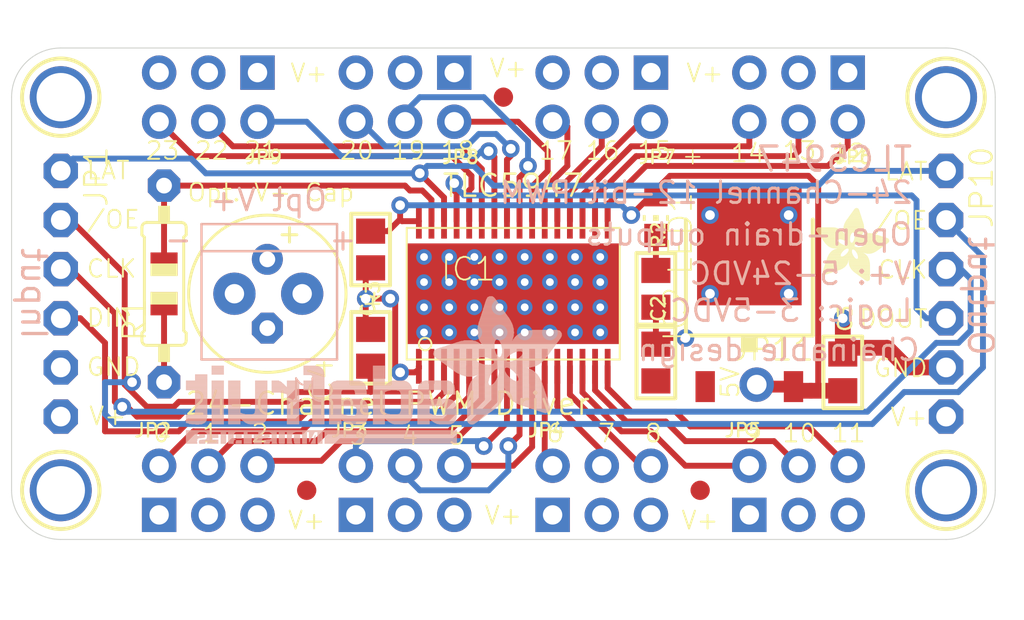
<source format=kicad_pcb>
(kicad_pcb (version 20211014) (generator pcbnew)
  (layers (0 "F.Cu" signal) (31 "B.Cu" signal) (34 "B.Paste" user) (35 "F.Paste" user) (36 "B.SilkS" user "B.Silkscreen") (37 "F.SilkS" user "F.Silkscreen") (38 "B.Mask" user) (39 "F.Mask" user) (44 "Edge.Cuts" user))
  (net 0 "")
  (net 1 "BLANK")
  (net 2 "SCLK")
  (net 3 "XLAT")
  (net 4 "N$7")
  (net 5 "N$8")
  (net 6 "N$9")
  (net 7 "N$10")
  (net 8 "N$11")
  (net 9 "N$12")
  (net 10 "N$13")
  (net 11 "N$14")
  (net 12 "N$15")
  (net 13 "N$16")
  (net 14 "N$17")
  (net 15 "N$18")
  (net 16 "N$19")
  (net 17 "N$20")
  (net 18 "N$21")
  (net 19 "N$22")
  (net 20 "N$23")
  (net 21 "N$24")
  (net 22 "N$25")
  (net 23 "N$26")
  (net 24 "N$27")
  (net 25 "N$28")
  (net 26 "N$29")
  (net 27 "N$30")
  (net 28 "N$31")
  (net 29 "GND")
  (net 30 "+24V")
  (net 31 "SOUT")
  (net 32 "VCC")
  (net 33 "N$1")
  (net 34 "SIN")
  (footprint "boardEagle:FIDUCIAL_1MM" (layer "F.Cu") (at 148.5011 94.8436)
    (fp_text reference "FID2" hide)
    (fp_text value "FIDUCIAL\"\"" hide)
  )
  (footprint "boardEagle:2X03_ROUND_70MIL" (layer "F.Cu") (at 143.4211 94.8436 180)
    (fp_text reference "JP8")
    (fp_text value "")
  )
  (footprint "boardEagle:2X03_ROUND_70MIL" (layer "F.Cu") (at 153.5811 115.1636)
    (fp_text reference "JP4")
    (fp_text value "")
  )
  (footprint "boardEagle:FIDUCIAL_1MM" (layer "F.Cu") (at 138.3411 115.1636)
    (fp_text reference "FID1" hide)
    (fp_text value "FIDUCIAL\"\"" hide)
  )
  (footprint "boardEagle:FIDUCIAL_1MM" (layer "F.Cu") (at 158.6611 115.1636)
    (fp_text reference "FID3" hide)
    (fp_text value "FIDUCIAL\"\"" hide)
  )
  (footprint "boardEagle:HTSSOP32DAP" (layer "F.Cu") (at 149.0091 105.0036)
    (fp_text reference "IC1")
    (fp_text value "TLC5947-DAP")
  )
  (footprint "boardEagle:E3,5-8" (layer "F.Cu") (at 136.3091 105.0036 -90)
    (fp_text reference "C4")
    (fp_text value "~1000uF")
  )
  (footprint "boardEagle:2X03_ROUND_70MIL" (layer "F.Cu") (at 143.4211 115.1636)
    (fp_text reference "JP3")
    (fp_text value "")
  )
  (footprint "boardEagle:MOUNTINGHOLE_2.5_PLATED" (layer "F.Cu") (at 125.6411 115.1636)
    (fp_text reference "U$3" hide)
    (fp_text value "MOUNTINGHOLE2.5" hide)
  )
  (footprint "boardEagle:2X03_ROUND_70MIL" (layer "F.Cu") (at 163.7411 94.8436 180)
    (fp_text reference "JP6")
    (fp_text value "")
  )
  (footprint "boardEagle:2X03_ROUND_70MIL" (layer "F.Cu") (at 153.5811 94.8436 180)
    (fp_text reference "JP7")
    (fp_text value "")
  )
  (footprint "boardEagle:0805" (layer "F.Cu") (at 156.3751 108.5596 90)
    (fp_text reference "C2")
    (fp_text value "1uF/50V")
  )
  (footprint "boardEagle:0805" (layer "F.Cu") (at 141.6431 107.7976 90)
    (fp_text reference "R3")
    (fp_text value "10K")
  )
  (footprint "boardEagle:2X03_ROUND_70MIL" (layer "F.Cu") (at 163.7411 115.1636)
    (fp_text reference "JP5")
    (fp_text value "")
  )
  (footprint "boardEagle:ADAFRUIT_3.5MM" (layer "F.Cu") (at 164.6301 104.3686)
    (fp_text reference "U$6" hide)
    (fp_text value "" hide)
  )
  (footprint "boardEagle:0805-THM" (layer "F.Cu") (at 130.9751 104.4956 90)
    (fp_text reference "R1")
    (fp_text value "3.3K")
  )
  (footprint "boardEagle:0805" (layer "F.Cu") (at 141.6431 102.7176 -90)
    (fp_text reference "C1")
    (fp_text value "10uF/16V")
  )
  (footprint "boardEagle:0805" (layer "F.Cu") (at 156.3751 104.7496 90)
    (fp_text reference "R2")
    (fp_text value "470 ohm")
  )
  (footprint "boardEagle:MOUNTINGHOLE_2.5_PLATED" (layer "F.Cu") (at 171.3611 94.8436)
    (fp_text reference "U$2" hide)
    (fp_text value "MOUNTINGHOLE2.5" hide)
  )
  (footprint "boardEagle:1X01-CLEANBIG" (layer "F.Cu") (at 161.5821 109.7026)
    (fp_text reference "JP11")
    (fp_text value "")
  )
  (footprint "boardEagle:0805" (layer "F.Cu") (at 166.0271 109.0676 90)
    (fp_text reference "C3")
    (fp_text value "10uF/16V")
  )
  (footprint "boardEagle:1X06-CLEANBIG" (layer "F.Cu") (at 125.6411 105.0036 -90)
    (fp_text reference "JP1")
    (fp_text value "INPUT")
  )
  (footprint "boardEagle:CHIP-LED0805" (layer "F.Cu") (at 156.3751 100.9396 180)
    (fp_text reference "LED1")
    (fp_text value "Green")
  )
  (footprint "boardEagle:TO252" (layer "F.Cu") (at 161.2011 105.0036)
    (fp_text reference "IC2")
    (fp_text value "LM2931ADT-5.0")
  )
  (footprint "boardEagle:2X03_ROUND_70MIL" (layer "F.Cu") (at 133.2611 94.8436 180)
    (fp_text reference "JP9")
    (fp_text value "")
  )
  (footprint "boardEagle:MOUNTINGHOLE_2.5_PLATED" (layer "F.Cu") (at 171.3611 115.1636)
    (fp_text reference "U$4" hide)
    (fp_text value "MOUNTINGHOLE2.5" hide)
  )
  (footprint "boardEagle:1X06-CLEANBIG" (layer "F.Cu") (at 171.3611 105.0036 -90)
    (fp_text reference "JP10")
    (fp_text value "OUTPUT")
  )
  (footprint "boardEagle:MOUNTINGHOLE_2.5_PLATED" (layer "F.Cu") (at 125.6411 94.8436)
    (fp_text reference "U$1" hide)
    (fp_text value "MOUNTINGHOLE2.5" hide)
  )
  (footprint "boardEagle:2X03_ROUND_70MIL" (layer "F.Cu") (at 133.2611 115.1636)
    (fp_text reference "JP2")
    (fp_text value "")
  )
  (footprint "boardEagle:1X2-3.5MM" (layer "B.Cu") (at 136.3091 105.0036)
    (fp_text reference "J1")
    (fp_text value "1X2-3.5MM" hide)
  )
  (footprint "boardEagle:ADAFRUIT_TEXT_20MM" (layer "B.Cu") (at 151.6761 112.7506 180)
    (fp_text reference "U$5" hide)
    (fp_text value "" hide)
  )
  (gr_arc (start 125.6411 117.7036) (mid 123.845049 116.959651) (end 123.1011 115.1636) (layer "Edge.Cuts") (width 0.05))
  (gr_arc (start 173.9011 115.1636) (mid 173.157151 116.959651) (end 171.3611 117.7036) (layer "Edge.Cuts") (width 0.05))
  (gr_arc (start 123.1011 94.8436) (mid 123.845049 93.047549) (end 125.6411 92.3036) (layer "Edge.Cuts") (width 0.05))
  (gr_line (start 171.3611 92.3036) (end 125.6411 92.3036) (layer "Edge.Cuts") (width 0.05))
  (gr_line (start 123.1011 94.8436) (end 123.1011 115.1636) (layer "Edge.Cuts") (width 0.05))
  (gr_arc (start 171.3611 92.3036) (mid 173.157151 93.047549) (end 173.9011 94.8436) (layer "Edge.Cuts") (width 0.05))
  (gr_line (start 125.6411 117.7036) (end 171.3611 117.7036) (layer "Edge.Cuts") (width 0.05))
  (gr_line (start 173.9011 115.1636) (end 173.9011 94.8436) (layer "Edge.Cuts") (width 0.05))
  (gr_text "-" (at 132.4991 102.8446) (layer "B.SilkS") (effects (font (size 1.1176 1.1176) (thickness 0.1524)) (justify left bottom mirror)))
  (gr_text "Chainable design" (at 170.0911 108.5596) (layer "B.SilkS") (effects (font (size 1.1176 1.1176) (thickness 0.1524)) (justify left bottom mirror)))
  (gr_text "24-Channel 12-bit PWM" (at 169.7101 100.4316) (layer "B.SilkS") (effects (font (size 1.1176 1.1176) (thickness 0.1524)) (justify left bottom mirror)))
  (gr_text "Opt V+" (at 139.4841 100.8126) (layer "B.SilkS") (effects (font (size 1.1176 1.1176) (thickness 0.1524)) (justify left bottom mirror)))
  (gr_text "V+: 5-24VDC" (at 169.7101 104.6226) (layer "B.SilkS") (effects (font (size 1.1176 1.1176) (thickness 0.1524)) (justify left bottom mirror)))
  (gr_text "Open-drain outputs" (at 169.7101 102.5906) (layer "B.SilkS") (effects (font (size 1.1176 1.1176) (thickness 0.1524)) (justify left bottom mirror)))
  (gr_text "Output" (at 173.1391 105.1306 -90) (layer "B.SilkS") (effects (font (size 1.251712 1.251712) (thickness 0.170688)) (justify mirror)))
  (gr_text "Input" (at 124.2441 105.0036 -90) (layer "B.SilkS") (effects (font (size 1.251712 1.251712) (thickness 0.170688)) (justify mirror)))
  (gr_text "Logic: 3-5VDC" (at 169.7101 106.5276) (layer "B.SilkS") (effects (font (size 1.1176 1.1176) (thickness 0.1524)) (justify left bottom mirror)))
  (gr_text "TLC5947" (at 169.7101 98.7806) (layer "B.SilkS") (effects (font (size 1.251712 1.251712) (thickness 0.170688)) (justify left bottom mirror)))
  (gr_text "+" (at 141.0081 102.8446) (layer "B.SilkS") (effects (font (size 1.1176 1.1176) (thickness 0.1524)) (justify left bottom mirror)))
  (gr_text "GND" (at 170.4721 108.3056) (layer "F.SilkS") (effects (font (size 0.9144 0.9144) (thickness 0.1016)) (justify right top)))
  (gr_text "6" (at 150.6601 112.7506) (layer "F.SilkS") (effects (font (size 0.9144 0.9144) (thickness 0.1016)) (justify left bottom)))
  (gr_text "V+" (at 159.9311 93.0656) (layer "F.SilkS") (effects (font (size 0.9144 0.9144) (thickness 0.1016)) (justify right top)))
  (gr_text "10" (at 162.8521 112.7506) (layer "F.SilkS") (effects (font (size 0.9144 0.9144) (thickness 0.1016)) (justify left bottom)))
  (gr_text "11" (at 165.3921 112.7506) (layer "F.SilkS") (effects (font (size 0.9144 0.9144) (thickness 0.1016)) (justify left bottom)))
  (gr_text "LAT" (at 170.4721 98.1456) (layer "F.SilkS") (effects (font (size 0.9144 0.9144) (thickness 0.1016)) (justify right top)))
  (gr_text "8" (at 155.7401 112.7506) (layer "F.SilkS") (effects (font (size 0.9144 0.9144) (thickness 0.1016)) (justify left bottom)))
  (gr_text "DOUT" (at 170.4721 105.7656) (layer "F.SilkS") (effects (font (size 0.9144 0.9144) (thickness 0.1016)) (justify right top)))
  (gr_text "V+" (at 139.4841 93.0656) (layer "F.SilkS") (effects (font (size 0.9144 0.9144) (thickness 0.1016)) (justify right top)))
  (gr_text "V+" (at 170.4721 110.8456) (layer "F.SilkS") (effects (font (size 0.9144 0.9144) (thickness 0.1016)) (justify right top)))
  (gr_text "15" (at 155.3591 98.1456) (layer "F.SilkS") (effects (font (size 0.9144 0.9144) (thickness 0.1016)) (justify left bottom)))
  (gr_text "19" (at 142.6591 98.1456) (layer "F.SilkS") (effects (font (size 0.9144 0.9144) (thickness 0.1016)) (justify left bottom)))
  (gr_text "3" (at 140.5001 112.8776) (layer "F.SilkS") (effects (font (size 0.9144 0.9144) (thickness 0.1016)) (justify left bottom)))
  (gr_text "22" (at 132.4991 98.1456) (layer "F.SilkS") (effects (font (size 0.9144 0.9144) (thickness 0.1016)) (justify left bottom)))
  (gr_text "/OE" (at 126.9111 101.7016) (layer "F.SilkS") (effects (font (size 0.9144 0.9144) (thickness 0.1016)) (justify left bottom)))
  (gr_text "0" (at 130.3401 112.7506) (layer "F.SilkS") (effects (font (size 0.9144 0.9144) (thickness 0.1016)) (justify left bottom)))
  (gr_text "12" (at 165.3921 98.2726) (layer "F.SilkS") (effects (font (size 0.9144 0.9144) (thickness 0.1016)) (justify left bottom)))
  (gr_text "16" (at 152.6921 98.1456) (layer "F.SilkS") (effects (font (size 0.9144 0.9144) (thickness 0.1016)) (justify left bottom)))
  (gr_text "5V" (at 159.6771 108.6866 90) (layer "F.SilkS") (effects (font (size 0.9144 0.9144) (thickness 0.1016)) (justify right top)))
  (gr_text "Opt. V+ Cap" (at 132.1181 100.3046) (layer "F.SilkS") (effects (font (size 0.9144 0.9144) (thickness 0.1016)) (justify left bottom)))
  (gr_text "17" (at 150.2791 98.1456) (layer "F.SilkS") (effects (font (size 0.9144 0.9144) (thickness 0.1016)) (justify left bottom)))
  (gr_text "4" (at 143.1671 112.8776) (layer "F.SilkS") (effects (font (size 0.9144 0.9144) (thickness 0.1016)) (justify left bottom)))
  (gr_text "14" (at 160.1851 98.2726) (layer "F.SilkS") (effects (font (size 0.9144 0.9144) (thickness 0.1016)) (justify left bottom)))
  (gr_text "5" (at 145.5801 112.8776) (layer "F.SilkS") (effects (font (size 0.9144 0.9144) (thickness 0.1016)) (justify left bottom)))
  (gr_text "CLK" (at 170.4721 103.2256) (layer "F.SilkS") (effects (font (size 0.9144 0.9144) (thickness 0.1016)) (justify right top)))
  (gr_text "V+" (at 149.7711 92.8116) (layer "F.SilkS") (effects (font (size 0.9144 0.9144) (thickness 0.1016)) (justify right top)))
  (gr_text "DIN" (at 126.9111 106.7816) (layer "F.SilkS") (effects (font (size 0.9144 0.9144) (thickness 0.1016)) (justify left bottom)))
  (gr_text "21" (at 135.0391 98.1456) (layer "F.SilkS") (effects (font (size 0.9144 0.9144) (thickness 0.1016)) (justify left bottom)))
  (gr_text "7" (at 153.3271 112.7506) (layer "F.SilkS") (effects (font (size 0.9144 0.9144) (thickness 0.1016)) (justify left bottom)))
  (gr_text "V+" (at 127.0381 111.8616) (layer "F.SilkS") (effects (font (size 0.9144 0.9144) (thickness 0.1016)) (justify left bottom)))
  (gr_text "13" (at 162.8521 98.1456) (layer "F.SilkS") (effects (font (size 0.9144 0.9144) (thickness 0.1016)) (justify left bottom)))
  (gr_text "20" (at 139.9921 98.1456) (layer "F.SilkS") (effects (font (size 0.9144 0.9144) (thickness 0.1016)) (justify left bottom)))
  (gr_text "CLK" (at 126.9111 104.2416) (layer "F.SilkS") (effects (font (size 0.9144 0.9144) (thickness 0.1016)) (justify left bottom)))
  (gr_text "LAT" (at 126.9111 99.1616) (layer "F.SilkS") (effects (font (size 0.9144 0.9144) (thickness 0.1016)) (justify left bottom)))
  (gr_text "2" (at 135.4201 112.7506) (layer "F.SilkS") (effects (font (size 0.9144 0.9144) (thickness 0.1016)) (justify left bottom)))
  (gr_text "23" (at 129.9591 98.1456) (layer "F.SilkS") (effects (font (size 0.9144 0.9144) (thickness 0.1016)) (justify left bottom)))
  (gr_text "1" (at 132.8801 112.7506) (layer "F.SilkS") (effects (font (size 0.9144 0.9144) (thickness 0.1016)) (justify left bottom)))
  (gr_text "V+" (at 149.5171 115.9256) (layer "F.SilkS") (effects (font (size 0.9144 0.9144) (thickness 0.1016)) (justify right top)))
  (gr_text "9" (at 160.8201 112.7506) (layer "F.SilkS") (effects (font (size 0.9144 0.9144) (thickness 0.1016)) (justify left bottom)))
  (gr_text "TLC5947" (at 149.0091 99.4156) (layer "F.SilkS") (effects (font (size 1.143 1.143) (thickness 0.127))))
  (gr_text "GND" (at 126.9111 109.3216) (layer "F.SilkS") (effects (font (size 0.9144 0.9144) (thickness 0.1016)) (justify left bottom)))
  (gr_text "V+" (at 139.3571 116.1796) (layer "F.SilkS") (effects (font (size 0.9144 0.9144) (thickness 0.1016)) (justify right top)))
  (gr_text "V+" (at 159.6771 116.1796) (layer "F.SilkS") (effects (font (size 0.9144 0.9144) (thickness 0.1016)) (justify right top)))
  (gr_text "24-Channel PWM Driver" (at 131.9911 111.3536) (layer "F.SilkS") (effects (font (size 1.143 1.143) (thickness 0.127)) (justify left bottom)))
  (gr_text "18" (at 145.1991 98.1456) (layer "F.SilkS") (effects (font (size 0.9144 0.9144) (thickness 0.1016)) (justify left bottom)))
  (gr_text "/OE" (at 170.4721 100.6856) (layer "F.SilkS") (effects (font (size 0.9144 0.9144) (thickness 0.1016)) (justify right top)))
  (segment (start 130.0861 110.8456) (end 128.9431 109.7026) (width 0.3048) (layer "F.Cu") (net 1))
  (segment (start 141.6431 108.7476) (end 141.6431 110.0836) (width 0.3048) (layer "F.Cu") (net 1))
  (segment (start 126.1491 101.1936) (end 125.6411 101.1936) (width 0.3048) (layer "F.Cu") (net 1))
  (segment (start 131.4831 110.8456) (end 130.0861 110.8456) (width 0.3048) (layer "F.Cu") (net 1))
  (segment (start 139.3571 110.0836) (end 137.8331 110.0836) (width 0.3048) (layer "F.Cu") (net 1))
  (segment (start 128.9431 103.9876) (end 126.1491 101.1936) (width 0.3048) (layer "F.Cu") (net 1))
  (segment (start 131.7371 110.5916) (end 131.4831 110.8456) (width 0.3048) (layer "F.Cu") (net 1))
  (segment (start 144.7841 108.7536) (end 144.7841 109.9906) (width 0.254) (layer "F.Cu") (net 1))
  (segment (start 144.7841 109.9906) (end 144.6911 110.0836) (width 0.254) (layer "F.Cu") (net 1))
  (segment (start 128.9431 109.7026) (end 128.9431 109.5756) (width 0.3048) (layer "F.Cu") (net 1))
  (segment (start 144.6911 110.0836) (end 141.6431 110.0836) (width 0.254) (layer "F.Cu") (net 1))
  (segment (start 141.6431 110.0836) (end 139.3571 110.0836) (width 0.254) (layer "F.Cu") (net 1))
  (segment (start 129.3241 109.5756) (end 128.9431 109.5756) (width 0.3048) (layer "F.Cu") (net 1))
  (segment (start 128.9431 109.5756) (end 128.9431 103.9876) (width 0.3048) (layer "F.Cu") (net 1))
  (segment (start 137.3251 110.5916) (end 131.7371 110.5916) (width 0.3048) (layer "F.Cu") (net 1))
  (segment (start 137.8331 110.0836) (end 137.3251 110.5916) (width 0.3048) (layer "F.Cu") (net 1))
  (via (at 129.3241 109.5756) (size 0.9064) (drill 0.5) (layers "F.Cu" "B.Cu") (net 1))
  (segment (start 127.9271 109.5756) (end 129.3241 109.5756) (width 0.3048) (layer "B.Cu") (net 1))
  (segment (start 167.5511 111.7346) (end 128.4351 111.7346) (width 0.3048) (layer "B.Cu") (net 1))
  (segment (start 171.9961 110.0836) (end 169.2021 110.0836) (width 0.3048) (layer "B.Cu") (net 1))
  (segment (start 169.2021 110.0836) (end 167.5511 111.7346) (width 0.3048) (layer "B.Cu") (net 1))
  (segment (start 171.3611 101.1936) (end 173.2661 103.0986) (width 0.3048) (layer "B.Cu") (net 1))
  (segment (start 173.2661 103.0986) (end 173.2661 108.8136) (width 0.3048) (layer "B.Cu") (net 1))
  (segment (start 173.2661 108.8136) (end 171.9961 110.0836) (width 0.3048) (layer "B.Cu") (net 1))
  (segment (start 128.4351 111.7346) (end 127.9271 111.2266) (width 0.3048) (layer "B.Cu") (net 1))
  (segment (start 127.9271 111.2266) (end 127.9271 109.5756) (width 0.3048) (layer "B.Cu") (net 1))
  (segment (start 144.9451 110.5916) (end 138.0871 110.5916) (width 0.3048) (layer "F.Cu") (net 2))
  (segment (start 129.0701 110.8456) (end 128.8161 110.8456) (width 0.3048) (layer "F.Cu") (net 2))
  (segment (start 129.5781 111.3536) (end 129.0701 110.8456) (width 0.3048) (layer "F.Cu") (net 2))
  (segment (start 131.7371 111.3536) (end 129.5781 111.3536) (width 0.3048) (layer "F.Cu") (net 2))
  (segment (start 138.0871 110.5916) (end 137.5791 111.0996) (width 0.3048) (layer "F.Cu") (net 2))
  (segment (start 128.4351 110.5916) (end 128.6891 110.8456) (width 0.3048) (layer "F.Cu") (net 2))
  (segment (start 131.9911 111.0996) (end 131.7371 111.3536) (width 0.3048) (layer "F.Cu") (net 2))
  (segment (start 128.6891 110.8456) (end 128.8161 110.8456) (width 0.3048) (layer "F.Cu") (net 2))
  (segment (start 126.1491 103.7336) (end 125.6411 103.7336) (width 0.3048) (layer "F.Cu") (net 2))
  (segment (start 145.4341 108.7536) (end 145.4341 110.1026) (width 0.3048) (layer "F.Cu") (net 2))
  (segment (start 145.4341 110.1026) (end 144.9451 110.5916) (width 0.3048) (layer "F.Cu") (net 2))
  (segment (start 128.4351 106.0196) (end 126.1491 103.7336) (width 0.3048) (layer "F.Cu") (net 2))
  (segment (start 137.5791 111.0996) (end 131.9911 111.0996) (width 0.3048) (layer "F.Cu") (net 2))
  (segment (start 128.4351 110.5916) (end 128.4351 106.0196) (width 0.3048) (layer "F.Cu") (net 2))
  (via (at 128.8161 110.8456) (size 0.9064) (drill 0.5) (layers "F.Cu" "B.Cu") (net 2))
  (segment (start 167.2971 111.0996) (end 129.0701 111.0996) (width 0.3048) (layer "B.Cu") (net 2))
  (segment (start 129.0701 111.0996) (end 128.8161 110.8456) (width 0.3048) (layer "B.Cu") (net 2))
  (segment (start 170.8531 107.5436) (end 171.9961 107.5436) (width 0.3048) (layer "B.Cu") (net 2))
  (segment (start 172.1231 103.7336) (end 171.3611 103.7336) (width 0.3048) (layer "B.Cu") (net 2))
  (segment (start 170.8531 107.5436) (end 167.2971 111.0996) (width 0.3048) (layer "B.Cu") (net 2))
  (segment (start 172.6311 104.2416) (end 172.1231 103.7336) (width 0.3048) (layer "B.Cu") (net 2))
  (segment (start 172.6311 106.9086) (end 172.6311 104.2416) (width 0.3048) (layer "B.Cu") (net 2))
  (segment (start 171.9961 107.5436) (end 172.6311 106.9086) (width 0.3048) (layer "B.Cu") (net 2))
  (segment (start 144.1831 98.7806) (end 145.4341 100.0316) (width 0.3048) (layer "F.Cu") (net 3))
  (segment (start 145.4341 100.0316) (end 145.4341 101.2536) (width 0.3048) (layer "F.Cu") (net 3))
  (via (at 144.1831 98.7806) (size 0.9064) (drill 0.5) (layers "F.Cu" "B.Cu") (net 3))
  (segment (start 125.6411 98.6536) (end 126.2761 98.0186) (width 0.3048) (layer "B.Cu") (net 3))
  (segment (start 144.5641 98.3996) (end 144.1831 98.7806) (width 0.3048) (layer "B.Cu") (net 3))
  (segment (start 146.9771 98.3996) (end 144.5641 98.3996) (width 0.3048) (layer "B.Cu") (net 3))
  (segment (start 132.3721 98.0186) (end 133.1341 98.7806) (width 0.3048) (layer "B.Cu") (net 3))
  (segment (start 171.3611 98.6536) (end 165.5191 98.6536) (width 0.3048) (layer "B.Cu") (net 3))
  (segment (start 165.5191 98.6536) (end 164.7571 99.4156) (width 0.3048) (layer "B.Cu") (net 3))
  (segment (start 147.9931 99.4156) (end 146.9771 98.3996) (width 0.3048) (layer "B.Cu") (net 3))
  (segment (start 133.1341 98.7806) (end 144.1831 98.7806) (width 0.3048) (layer "B.Cu") (net 3))
  (segment (start 164.7571 99.4156) (end 147.9931 99.4156) (width 0.3048) (layer "B.Cu") (net 3))
  (segment (start 126.2761 98.0186) (end 132.3721 98.0186) (width 0.3048) (layer "B.Cu") (net 3))
  (segment (start 143.4211 99.4156) (end 130.9751 99.4156) (width 0.3048) (layer "F.Cu") (net 4))
  (segment (start 144.7841 101.2536) (end 144.7841 100.1436) (width 0.3048) (layer "F.Cu") (net 4))
  (segment (start 144.3101 99.6696) (end 143.6751 99.6696) (width 0.3048) (layer "F.Cu") (net 4))
  (segment (start 143.6751 99.6696) (end 143.4211 99.4156) (width 0.3048) (layer "F.Cu") (net 4))
  (segment (start 144.7841 100.1436) (end 144.3101 99.6696) (width 0.3048) (layer "F.Cu") (net 4))
  (segment (start 146.7341 110.3266) (end 145.4531 111.6076) (width 0.3048) (layer "F.Cu") (net 5))
  (segment (start 145.4531 111.6076) (end 138.5951 111.6076) (width 0.3048) (layer "F.Cu") (net 5))
  (segment (start 138.0871 112.1156) (end 132.4991 112.1156) (width 0.3048) (layer "F.Cu") (net 5))
  (segment (start 146.7341 108.7536) (end 146.7341 110.3266) (width 0.3048) (layer "F.Cu") (net 5))
  (segment (start 138.5951 111.6076) (end 138.0871 112.1156) (width 0.3048) (layer "F.Cu") (net 5))
  (segment (start 132.4991 112.1156) (end 130.7211 113.8936) (width 0.3048) (layer "F.Cu") (net 5))
  (segment (start 138.8491 112.6236) (end 134.5311 112.6236) (width 0.3048) (layer "F.Cu") (net 6))
  (segment (start 147.3841 108.7536) (end 147.3841 110.4386) (width 0.3048) (layer "F.Cu") (net 6))
  (segment (start 134.5311 112.6236) (end 133.2611 113.8936) (width 0.3048) (layer "F.Cu") (net 6))
  (segment (start 139.3571 112.1156) (end 138.8491 112.6236) (width 0.3048) (layer "F.Cu") (net 6))
  (segment (start 147.3841 110.4386) (end 145.7071 112.1156) (width 0.3048) (layer "F.Cu") (net 6))
  (segment (start 145.7071 112.1156) (end 139.3571 112.1156) (width 0.3048) (layer "F.Cu") (net 6))
  (segment (start 139.1031 113.6396) (end 136.0551 113.6396) (width 0.3048) (layer "F.Cu") (net 7))
  (segment (start 136.0551 113.6396) (end 135.8011 113.8936) (width 0.3048) (layer "F.Cu") (net 7))
  (segment (start 148.0341 108.7536) (end 148.0341 110.5506) (width 0.3048) (layer "F.Cu") (net 7))
  (segment (start 140.1191 112.6236) (end 139.1031 113.6396) (width 0.3048) (layer "F.Cu") (net 7))
  (segment (start 145.9611 112.6236) (end 140.1191 112.6236) (width 0.3048) (layer "F.Cu") (net 7))
  (segment (start 148.0341 110.5506) (end 145.9611 112.6236) (width 0.3048) (layer "F.Cu") (net 7))
  (segment (start 148.6841 111.6786) (end 147.4851 112.8776) (width 0.3048) (layer "F.Cu") (net 8))
  (segment (start 148.6841 108.7536) (end 148.6841 111.6786) (width 0.3048) (layer "F.Cu") (net 8))
  (via (at 147.4851 112.8776) (size 0.9064) (drill 0.5) (layers "F.Cu" "B.Cu") (net 8))
  (segment (start 147.2311 112.6236) (end 141.1351 112.6236) (width 0.3048) (layer "B.Cu") (net 8))
  (segment (start 141.1351 112.6236) (end 140.8811 112.8776) (width 0.3048) (layer "B.Cu") (net 8))
  (segment (start 140.8811 112.8776) (end 140.8811 113.8936) (width 0.3048) (layer "B.Cu") (net 8))
  (segment (start 147.4851 112.8776) (end 147.2311 112.6236) (width 0.3048) (layer "B.Cu") (net 8))
  (segment (start 149.3341 108.7536) (end 149.3341 112.2986) (width 0.3048) (layer "F.Cu") (net 9))
  (segment (start 149.3341 112.2986) (end 148.7551 112.8776) (width 0.3048) (layer "F.Cu") (net 9))
  (via (at 148.7551 112.8776) (size 0.9064) (drill 0.5) (layers "F.Cu" "B.Cu") (net 9))
  (segment (start 144.1831 115.1636) (end 143.4211 114.4016) (width 0.3048) (layer "B.Cu") (net 9))
  (segment (start 147.7391 115.1636) (end 144.1831 115.1636) (width 0.3048) (layer "B.Cu") (net 9))
  (segment (start 143.4211 114.4016) (end 143.4211 113.8936) (width 0.3048) (layer "B.Cu") (net 9))
  (segment (start 148.7551 112.8776) (end 148.7551 114.1476) (width 0.3048) (layer "B.Cu") (net 9))
  (segment (start 148.7551 114.1476) (end 147.7391 115.1636) (width 0.3048) (layer "B.Cu") (net 9))
  (segment (start 149.9841 108.7536) (end 149.9841 112.9186) (width 0.3048) (layer "F.Cu") (net 10))
  (segment (start 149.9841 112.9186) (end 149.0091 113.8936) (width 0.3048) (layer "F.Cu") (net 10))
  (segment (start 149.0091 113.8936) (end 145.9611 113.8936) (width 0.3048) (layer "F.Cu") (net 10))
  (segment (start 150.6341 108.7536) (end 150.6341 113.4866) (width 0.3048) (layer "F.Cu") (net 11))
  (segment (start 150.6341 113.4866) (end 151.0411 113.8936) (width 0.3048) (layer "F.Cu") (net 11))
  (segment (start 151.2841 110.8346) (end 153.5811 113.1316) (width 0.3048) (layer "F.Cu") (net 12))
  (segment (start 153.5811 113.1316) (end 153.5811 113.8936) (width 0.3048) (layer "F.Cu") (net 12))
  (segment (start 151.2841 108.7536) (end 151.2841 110.8346) (width 0.3048) (layer "F.Cu") (net 12))
  (segment (start 151.9341 110.2146) (end 155.6131 113.8936) (width 0.3048) (layer "F.Cu") (net 13))
  (segment (start 155.6131 113.8936) (end 156.1211 113.8936) (width 0.3048) (layer "F.Cu") (net 13))
  (segment (start 151.9341 108.7536) (end 151.9341 110.2146) (width 0.3048) (layer "F.Cu") (net 13))
  (segment (start 156.1211 112.1156) (end 157.8991 113.8936) (width 0.3048) (layer "F.Cu") (net 14))
  (segment (start 152.5841 110.1026) (end 154.5971 112.1156) (width 0.3048) (layer "F.Cu") (net 14))
  (segment (start 157.8991 113.8936) (end 161.2011 113.8936) (width 0.3048) (layer "F.Cu") (net 14))
  (segment (start 154.5971 112.1156) (end 156.1211 112.1156) (width 0.3048) (layer "F.Cu") (net 14))
  (segment (start 152.5841 108.7536) (end 152.5841 110.1026) (width 0.3048) (layer "F.Cu") (net 14))
  (segment (start 153.2341 108.7536) (end 153.2341 109.9906) (width 0.3048) (layer "F.Cu") (net 15))
  (segment (start 162.4711 112.6236) (end 163.7411 113.8936) (width 0.3048) (layer "F.Cu") (net 15))
  (segment (start 153.2341 109.9906) (end 154.8511 111.6076) (width 0.3048) (layer "F.Cu") (net 15))
  (segment (start 157.8991 112.6236) (end 162.4711 112.6236) (width 0.3048) (layer "F.Cu") (net 15))
  (segment (start 156.8831 111.6076) (end 157.8991 112.6236) (width 0.3048) (layer "F.Cu") (net 15))
  (segment (start 154.8511 111.6076) (end 156.8831 111.6076) (width 0.3048) (layer "F.Cu") (net 15))
  (segment (start 157.3911 111.0996) (end 158.1531 111.8616) (width 0.3048) (layer "F.Cu") (net 16))
  (segment (start 153.8841 108.7536) (end 153.8841 109.8786) (width 0.3048) (layer "F.Cu") (net 16))
  (segment (start 164.2491 111.8616) (end 166.2811 113.8936) (width 0.3048) (layer "F.Cu") (net 16))
  (segment (start 158.1531 111.8616) (end 164.2491 111.8616) (width 0.3048) (layer "F.Cu") (net 16))
  (segment (start 153.8841 109.8786) (end 155.1051 111.0996) (width 0.3048) (layer "F.Cu") (net 16))
  (segment (start 155.1051 111.0996) (end 157.3911 111.0996) (width 0.3048) (layer "F.Cu") (net 16))
  (segment (start 148.0341 97.9326) (end 147.7391 97.6376) (width 0.3048) (layer "F.Cu") (net 17))
  (segment (start 148.0341 101.2536) (end 148.0341 97.9326) (width 0.3048) (layer "F.Cu") (net 17))
  (via (at 147.7391 97.6376) (size 0.9064) (drill 0.5) (layers "F.Cu" "B.Cu") (net 17))
  (segment (start 147.7391 97.6376) (end 147.3581 97.6376) (width 0.3048) (layer "B.Cu") (net 17))
  (segment (start 138.3411 96.1136) (end 135.8011 96.1136) (width 0.3048) (layer "B.Cu") (net 17))
  (segment (start 147.1041 97.8916) (end 140.1191 97.8916) (width 0.3048) (layer "B.Cu") (net 17))
  (segment (start 140.1191 97.8916) (end 138.3411 96.1136) (width 0.3048) (layer "B.Cu") (net 17))
  (segment (start 147.3581 97.6376) (end 147.1041 97.8916) (width 0.3048) (layer "B.Cu") (net 17))
  (segment (start 134.5311 97.3836) (end 133.2611 96.1136) (width 0.3048) (layer "F.Cu") (net 18))
  (segment (start 147.3841 98.5526) (end 146.2151 97.3836) (width 0.3048) (layer "F.Cu") (net 18))
  (segment (start 147.3841 101.2536) (end 147.3841 98.5526) (width 0.3048) (layer "F.Cu") (net 18))
  (segment (start 146.2151 97.3836) (end 134.5311 97.3836) (width 0.3048) (layer "F.Cu") (net 18))
  (segment (start 146.8501 98.9076) (end 145.8341 97.8916) (width 0.3048) (layer "F.Cu") (net 19))
  (segment (start 146.7341 101.2536) (end 146.7341 99.6586) (width 0.3048) (layer "F.Cu") (net 19))
  (segment (start 146.7341 99.6586) (end 146.8501 99.5426) (width 0.3048) (layer "F.Cu") (net 19))
  (segment (start 146.8501 99.5426) (end 146.8501 98.9076) (width 0.3048) (layer "F.Cu") (net 19))
  (segment (start 145.8341 97.8916) (end 132.4991 97.8916) (width 0.3048) (layer "F.Cu") (net 19))
  (segment (start 132.4991 97.8916) (end 130.7211 96.1136) (width 0.3048) (layer "F.Cu") (net 19))
  (segment (start 150.7871 98.6536) (end 149.9841 99.4566) (width 0.3048) (layer "F.Cu") (net 20))
  (segment (start 149.2631 96.1136) (end 150.7871 97.6376) (width 0.3048) (layer "F.Cu") (net 20))
  (segment (start 149.2631 96.1136) (end 145.9611 96.1136) (width 0.3048) (layer "F.Cu") (net 20))
  (segment (start 150.7871 97.6376) (end 150.7871 98.6536) (width 0.3048) (layer "F.Cu") (net 20))
  (segment (start 149.9841 99.4566) (end 149.9841 101.2536) (width 0.3048) (layer "F.Cu") (net 20))
  (segment (start 149.3341 101.2536) (end 149.3341 98.9786) (width 0.3048) (layer "F.Cu") (net 21))
  (segment (start 149.3341 98.9786) (end 149.7711 98.5416) (width 0.3048) (layer "F.Cu") (net 21))
  (segment (start 149.7711 98.5416) (end 149.7711 98.3996) (width 0.3048) (layer "F.Cu") (net 21))
  (via (at 149.7711 98.3996) (size 0.9064) (drill 0.5) (layers "F.Cu" "B.Cu") (net 21))
  (segment (start 144.1831 94.8436) (end 143.4211 95.6056) (width 0.3048) (layer "B.Cu") (net 21))
  (segment (start 143.4211 95.6056) (end 143.4211 96.1136) (width 0.3048) (layer "B.Cu") (net 21))
  (segment (start 149.7711 98.3996) (end 149.7711 97.1296) (width 0.3048) (layer "B.Cu") (net 21))
  (segment (start 147.4851 94.8436) (end 144.1831 94.8436) (width 0.3048) (layer "B.Cu") (net 21))
  (segment (start 149.7711 97.1296) (end 147.4851 94.8436) (width 0.3048) (layer "B.Cu") (net 21))
  (segment (start 148.6841 101.2536) (end 148.6841 98.0746) (width 0.3048) (layer "F.Cu") (net 22))
  (segment (start 148.6841 98.0746) (end 148.8821 97.8766) (width 0.3048) (layer "F.Cu") (net 22))
  (segment (start 148.8821 97.8766) (end 148.8821 97.5106) (width 0.3048) (layer "F.Cu") (net 22))
  (via (at 148.8821 97.5106) (size 0.9064) (drill 0.5) (layers "F.Cu" "B.Cu") (net 22))
  (segment (start 148.1201 96.7486) (end 147.2311 96.7486) (width 0.3048) (layer "B.Cu") (net 22))
  (segment (start 142.4051 97.3836) (end 141.1351 96.1136) (width 0.3048) (layer "B.Cu") (net 22))
  (segment (start 141.1351 96.1136) (end 140.8811 96.1136) (width 0.3048) (layer "B.Cu") (net 22))
  (segment (start 146.5961 97.3836) (end 142.4051 97.3836) (width 0.3048) (layer "B.Cu") (net 22))
  (segment (start 147.2311 96.7486) (end 146.5961 97.3836) (width 0.3048) (layer "B.Cu") (net 22))
  (segment (start 148.8821 97.5106) (end 148.1201 96.7486) (width 0.3048) (layer "B.Cu") (net 22))
  (segment (start 151.9341 99.7926) (end 155.6131 96.1136) (width 0.3048) (layer "F.Cu") (net 23))
  (segment (start 151.9341 101.2536) (end 151.9341 99.7926) (width 0.3048) (layer "F.Cu") (net 23))
  (segment (start 155.6131 96.1136) (end 156.1211 96.1136) (width 0.3048) (layer "F.Cu") (net 23))
  (segment (start 151.2841 101.2536) (end 151.2841 99.6806) (width 0.3048) (layer "F.Cu") (net 24))
  (segment (start 153.5811 97.3836) (end 153.5811 96.1136) (width 0.3048) (layer "F.Cu") (net 24))
  (segment (start 151.2841 99.6806) (end 153.5811 97.3836) (width 0.3048) (layer "F.Cu") (net 24))
  (segment (start 151.5491 96.1136) (end 151.0411 96.1136) (width 0.3048) (layer "F.Cu") (net 25))
  (segment (start 151.8031 96.3676) (end 151.5491 96.1136) (width 0.3048) (layer "F.Cu") (net 25))
  (segment (start 150.6341 101.2536) (end 150.6341 99.5686) (width 0.3048) (layer "F.Cu") (net 25))
  (segment (start 150.6341 99.5686) (end 151.8031 98.3996) (width 0.3048) (layer "F.Cu") (net 25))
  (segment (start 151.8031 98.3996) (end 151.8031 96.3676) (width 0.3048) (layer "F.Cu") (net 25))
  (segment (start 155.8671 98.3996) (end 153.8841 100.3826) (width 0.3048) (layer "F.Cu") (net 26))
  (segment (start 166.2811 96.1136) (end 166.2811 97.3836) (width 0.3048) (layer "F.Cu") (net 26))
  (segment (start 153.8841 100.3826) (end 153.8841 101.2536) (width 0.3048) (layer "F.Cu") (net 26))
  (segment (start 166.2811 97.3836) (end 165.2651 98.3996) (width 0.3048) (layer "F.Cu") (net 26))
  (segment (start 165.2651 98.3996) (end 155.8671 98.3996) (width 0.3048) (layer "F.Cu") (net 26))
  (segment (start 163.4871 97.8916) (end 155.3591 97.8916) (width 0.3048) (layer "F.Cu") (net 27))
  (segment (start 153.2341 100.0166) (end 155.3591 97.8916) (width 0.3048) (layer "F.Cu") (net 27))
  (segment (start 163.7411 97.6376) (end 163.4871 97.8916) (width 0.3048) (layer "F.Cu") (net 27))
  (segment (start 163.7411 96.1136) (end 163.7411 97.6376) (width 0.3048) (layer "F.Cu") (net 27))
  (segment (start 153.2341 101.2536) (end 153.2341 100.0166) (width 0.3048) (layer "F.Cu") (net 27))
  (segment (start 161.2011 96.1136) (end 161.2011 97.3836) (width 0.3048) (layer "F.Cu") (net 28))
  (segment (start 152.5841 101.2536) (end 152.5841 99.9046) (width 0.3048) (layer "F.Cu") (net 28))
  (segment (start 152.5841 99.9046) (end 155.1051 97.3836) (width 0.3048) (layer "F.Cu") (net 28))
  (segment (start 161.2011 97.3836) (end 155.1051 97.3836) (width 0.3048) (layer "F.Cu") (net 28))
  (segment (start 166.2151 107.7976) (end 166.0271 107.6096) (width 0.8128) (layer "F.Cu") (net 29))
  (segment (start 156.3751 107.6096) (end 156.6951 107.2896) (width 0.3048) (layer "F.Cu") (net 29))
  (segment (start 171.3611 108.8136) (end 169.3291 108.8136) (width 0.8128) (layer "F.Cu") (net 29))
  (segment (start 149.2551 104.9576) (end 149.6011 104.6116) (width 0.3048) (layer "F.Cu") (net 29))
  (segment (start 144.1341 108.7536) (end 144.133138 108.858434) (width 0.3048) (layer "F.Cu") (net 29))
  (segment (start 168.3131 107.7976) (end 166.2151 107.7976) (width 0.8128) (layer "F.Cu") (net 29))
  (segment (start 166.2151 107.7976) (end 166.2151 108.1176) (width 0.3048) (layer "F.Cu") (net 29))
  (segment (start 149.0551 104.9576) (end 149.2551 104.9576) (width 0.3048) (layer "F.Cu") (net 29))
  (segment (start 166.0271 107.6096) (end 166.0271 106.2736) (width 0.8128) (layer "F.Cu") (net 29))
  (segment (start 159.3831 102.5036) (end 161.2011 102.5036) (width 0.3048) (layer "F.Cu") (net 29))
  (segment (start 142.6591 105.2576) (end 142.9131 105.2576) (width 0.3048) (layer "F.Cu") (net 29))
  (segment (start 144.092132 108.954921) (end 143.9201 109.0676) (width 0.3048) (layer "F.Cu") (net 29))
  (segment (start 142.9131 105.2576) (end 142.9131 108.8136) (width 0.3048) (layer "F.Cu") (net 29))
  (segment (start 166.2151 108.1176) (end 166.0271 108.1176) (width 0.3048) (layer "F.Cu") (net 29))
  (segment (start 161.2011 102.7836) (end 161.2011 102.5036) (width 0.8128) (layer "F.Cu") (net 29))
  (segment (start 143.9201 109.0676) (end 143.1671 109.0676) (width 0.3048) (layer "F.Cu") (net 29))
  (segment (start 144.1341 108.7536) (end 144.1341 108.7536) (width 0.3048) (layer "F.Cu") (net 29))
  (segment (start 156.3751 105.6996) (end 156.8171 105.6996) (width 0.3048) (layer "F.Cu") (net 29))
  (segment (start 141.3891 103.9216) (end 141.3891 105.2576) (width 0.3048) (layer "F.Cu") (net 29))
  (segment (start 144.133138 108.858434) (end 144.092132 108.954921) (width 0.3048) (layer "F.Cu") (net 29))
  (segment (start 156.6951 107.2896) (end 157.8991 107.2896) (width 0.3048) (layer "F.Cu") (net 29))
  (segment (start 141.6431 106.8476) (end 141.3891 106.5936) (width 0.3048) (layer "F.Cu") (net 29))
  (segment (start 141.6431 103.6676) (end 141.3891 103.9216) (width 0.3048) (layer "F.Cu") (net 29))
  (segment (start 142.6591 105.2576) (end 141.3891 105.2576) (width 0.3048) (layer "F.Cu") (net 29))
  (segment (start 149.0091 105.0036) (end 149.0551 104.9576) (width 0.3048) (layer "F.Cu") (net 29))
  (segment (start 149.6011 104.6116) (end 149.6011 104.4036) (width 0.3048) (layer "F.Cu") (net 29))
  (segment (start 156.3751 107.6096) (end 156.3751 105.6996) (width 0.3048) (layer "F.Cu") (net 29))
  (segment (start 141.3891 106.5936) (end 141.3891 105.2576) (width 0.3048) (layer "F.Cu") (net 29))
  (segment (start 159.3831 100.9396) (end 159.3831 102.5036) (width 0.3048) (layer "F.Cu") (net 29))
  (segment (start 169.3291 108.8136) (end 168.3131 107.7976) (width 0.8128) (layer "F.Cu") (net 29))
  (segment (start 159.3831 100.9396) (end 159.1691 100.9396) (width 0.3048) (layer "F.Cu") (net 29))
  (segment (start 142.9131 108.8136) (end 143.1671 109.0676) (width 0.3048) (layer "F.Cu") (net 29))
  (via (at 152.2011 107.0036) (size 0.8064) (drill 0.4) (layers "F.Cu" "B.Cu") (net 29))
  (via (at 148.3011 105.7036) (size 0.8064) (drill 0.4) (layers "F.Cu" "B.Cu") (net 29))
  (via (at 152.2011 104.4036) (size 0.8064) (drill 0.4) (layers "F.Cu" "B.Cu") (net 29))
  (via (at 141.3891 105.2576) (size 0.9064) (drill 0.5) (layers "F.Cu" "B.Cu") (net 29))
  (via (at 144.4011 107.0036) (size 0.8064) (drill 0.4) (layers "F.Cu" "B.Cu") (net 29))
  (via (at 153.5011 103.1036) (size 0.8064) (drill 0.4) (layers "F.Cu" "B.Cu") (net 29))
  (via (at 144.4011 104.4036) (size 0.8064) (drill 0.4) (layers "F.Cu" "B.Cu") (net 29))
  (via (at 153.5011 107.0036) (size 0.8064) (drill 0.4) (layers "F.Cu" "B.Cu") (net 29))
  (via (at 148.3011 104.4036) (size 0.8064) (drill 0.4) (layers "F.Cu" "B.Cu") (net 29))
  (via (at 148.3011 103.1036) (size 0.8064) (drill 0.4) (layers "F.Cu" "B.Cu") (net 29))
  (via (at 145.7011 104.4036) (size 0.8064) (drill 0.4) (layers "F.Cu" "B.Cu") (net 29))
  (via (at 152.2011 103.1036) (size 0.8064) (drill 0.4) (layers "F.Cu" "B.Cu") (net 29))
  (via (at 149.6011 105.7036) (size 0.8064) (drill 0.4) (layers "F.Cu" "B.Cu") (net 29))
  (via (at 150.9011 105.7036) (size 0.8064) (drill 0.4) (layers "F.Cu" "B.Cu") (net 29))
  (via (at 152.2011 105.7036) (size 0.8064) (drill 0.4) (layers "F.Cu" "B.Cu") (net 29))
  (via (at 149.6011 104.4036) (size 0.8064) (drill 0.4) (layers "F.Cu" "B.Cu") (net 29))
  (via (at 147.0011 103.1036) (size 0.8064) (drill 0.4) (layers "F.Cu" "B.Cu") (net 29))
  (via (at 150.9011 103.1036) (size 0.8064) (drill 0.4) (layers "F.Cu" "B.Cu") (net 29))
  (via (at 147.0011 104.4036) (size 0.8064) (drill 0.4) (layers "F.Cu" "B.Cu") (net 29))
  (via (at 150.9011 104.4036) (size 0.8064) (drill 0.4) (layers "F.Cu" "B.Cu") (net 29))
  (via (at 149.6011 103.1036) (size 0.8064) (drill 0.4) (layers "F.Cu" "B.Cu") (net 29))
  (via (at 163.2331 100.9396) (size 0.9064) (drill 0.5) (layers "F.Cu" "B.Cu") (net 29))
  (via (at 159.1691 105.0036) (size 0.9064) (drill 0.5) (layers "F.Cu" "B.Cu") (net 29))
  (via (at 150.9011 107.0036) (size 0.8064) (drill 0.4) (layers "F.Cu" "B.Cu") (net 29))
  (via (at 153.5011 104.4036) (size 0.8064) (drill 0.4) (layers "F.Cu" "B.Cu") (net 29))
  (via (at 148.3011 107.0036) (size 0.8064) (drill 0.4) (layers "F.Cu" "B.Cu") (net 29))
  (via (at 143.1671 109.0676) (size 0.9064) (drill 0.5) (layers "F.Cu" "B.Cu") (net 29))
  (via (at 147.0011 105.7036) (size 0.8064) (drill 0.4) (layers "F.Cu" "B.Cu") (net 29))
  (via (at 144.4011 103.1036) (size 0.8064) (drill 0.4) (layers "F.Cu" "B.Cu") (net 29))
  (via (at 144.4011 105.7036) (size 0.8064) (drill 0.4) (layers "F.Cu" "B.Cu") (net 29))
  (via (at 153.5011 105.7036) (size 0.8064) (drill 0.4) (layers "F.Cu" "B.Cu") (net 29))
  (via (at 149.6011 107.0036) (size 0.8064) (drill 0.4) (layers "F.Cu" "B.Cu") (net 29))
  (via (at 163.2331 105.0036) (size 0.9064) (drill 0.5) (layers "F.Cu" "B.Cu") (net 29))
  (via (at 145.7011 103.1036) (size 0.8064) (drill 0.4) (layers "F.Cu" "B.Cu") (net 29))
  (via (at 157.8991 107.2896) (size 0.9064) (drill 0.5) (layers "F.Cu" "B.Cu") (net 29))
  (via (at 166.0271 106.2736) (size 0.9064) (drill 0.5) (layers "F.Cu" "B.Cu") (net 29))
  (via (at 147.0011 107.0036) (size 0.8064) (drill 0.4) (layers "F.Cu" "B.Cu") (net 29))
  (via (at 145.7011 107.0036) (size 0.8064) (drill 0.4) (layers "F.Cu" "B.Cu") (net 29))
  (via (at 159.1691 100.9396) (size 0.9064) (drill 0.5) (layers "F.Cu" "B.Cu") (net 29))
  (via (at 142.6591 105.2576) (size 0.9064) (drill 0.5) (layers "F.Cu" "B.Cu") (net 29))
  (via (at 145.7011 105.7036) (size 0.8064) (drill 0.4) (layers "F.Cu" "B.Cu") (net 29))
  (segment (start 146.0841 99.7926) (end 145.9611 99.6696) (width 0.3048) (layer "F.Cu") (net 31))
  (segment (start 146.0841 99.7926) (end 146.0841 101.2536) (width 0.3048) (layer "F.Cu") (net 31))
  (segment (start 145.9611 99.6696) (end 145.9611 99.2886) (width 0.3048) (layer "F.Cu") (net 31))
  (via (at 145.9611 99.2886) (size 0.9064) (drill 0.5) (layers "F.Cu" "B.Cu") (net 31))
  (segment (start 169.8371 100.1776) (end 169.8371 105.7656) (width 0.3048) (layer "B.Cu") (net 31))
  (segment (start 169.5831 99.9236) (end 169.8371 100.1776) (width 0.3048) (layer "B.Cu") (net 31))
  (segment (start 169.8371 105.7656) (end 170.3451 106.2736) (width 0.3048) (layer "B.Cu") (net 31))
  (segment (start 146.4691 99.9236) (end 145.9611 99.4156) (width 0.3048) (layer "B.Cu") (net 31))
  (segment (start 170.3451 106.2736) (end 171.3611 106.2736) (width 0.3048) (layer "B.Cu") (net 31))
  (segment (start 145.9611 99.4156) (end 145.9611 99.2886) (width 0.3048) (layer "B.Cu") (net 31))
  (segment (start 169.5831 99.9236) (end 146.4691 99.9236) (width 0.3048) (layer "B.Cu") (net 31))
  (segment (start 163.6951 110.0176) (end 164.3761 110.0176) (width 0.8128) (layer "F.Cu") (net 32))
  (segment (start 164.7571 110.0176) (end 164.3761 110.0176) (width 0.3048) (layer "F.Cu") (net 32))
  (segment (start 143.1671 101.1536) (end 143.2671 101.2536) (width 0.3048) (layer "F.Cu") (net 32))
  (segment (start 164.3761 110.0176) (end 166.0271 110.0176) (width 0.8128) (layer "F.Cu") (net 32))
  (segment (start 161.6831 109.8036) (end 163.4811 109.8036) (width 0.6096) (layer "F.Cu") (net 32))
  (segment (start 142.5531 101.7676) (end 141.6431 101.7676) (width 0.3048) (layer "F.Cu") (net 32))
  (segment (start 163.4811 109.8036) (end 163.6951 110.0176) (width 0.8128) (layer "F.Cu") (net 32))
  (segment (start 156.1551 99.8896) (end 156.3751 99.8896) (width 0.3048) (layer "F.Cu") (net 32))
  (segment (start 164.7571 99.4156) (end 164.7571 110.0176) (width 0.3048) (layer "F.Cu") (net 32))
  (segment (start 143.2671 101.2536) (end 144.1341 101.2536) (width 0.3048) (layer "F.Cu") (net 32))
  (segment (start 164.2491 98.9076) (end 164.7571 99.4156) (width 0.3048) (layer "F.Cu") (net 32))
  (segment (start 143.1671 101.1536) (end 142.5531 101.7676) (width 0.3048) (layer "F.Cu") (net 32))
  (segment (start 143.1671 101.1536) (end 143.1671 100.4316) (width 0.3048) (layer "F.Cu") (net 32))
  (segment (start 156.3751 99.8896) (end 156.3751 99.6356) (width 0.3048) (layer "F.Cu") (net 32))
  (segment (start 157.1031 98.9076) (end 164.2491 98.9076) (width 0.3048) (layer "F.Cu") (net 32))
  (segment (start 161.5821 109.7026) (end 161.6831 109.8036) (width 0.6096) (layer "F.Cu") (net 32))
  (segment (start 156.3751 99.6356) (end 157.1031 98.9076) (width 0.3048) (layer "F.Cu") (net 32))
  (segment (start 155.1051 100.9396) (end 156.1551 99.8896) (width 0.3048) (layer "F.Cu") (net 32))
  (via (at 143.1671 100.4316) (size 0.9064) (drill 0.5) (layers "F.Cu" "B.Cu") (net 32))
  (via (at 155.1051 100.9396) (size 0.9064) (drill 0.5) (layers "F.Cu" "B.Cu") (net 32))
  (segment (start 154.5971 100.4316) (end 155.1051 100.9396) (width 0.3048) (layer "B.Cu") (net 32))
  (segment (start 143.1671 100.4316) (end 154.5971 100.4316) (width 0.3048) (layer "B.Cu") (net 32))
  (segment (start 156.3751 103.7996) (end 156.3751 101.9896) (width 0.3048) (layer "F.Cu") (net 33))
  (segment (start 146.0841 108.7536) (end 146.0841 110.2146) (width 0.3048) (layer "F.Cu") (net 34))
  (segment (start 127.9271 112.1156) (end 127.9271 107.5436) (width 0.3048) (layer "F.Cu") (net 34))
  (segment (start 145.1991 111.0996) (end 138.3411 111.0996) (width 0.3048) (layer "F.Cu") (net 34))
  (segment (start 131.7371 112.1156) (end 127.9271 112.1156) (width 0.3048) (layer "F.Cu") (net 34))
  (segment (start 138.3411 111.0996) (end 137.8331 111.6076) (width 0.3048) (layer "F.Cu") (net 34))
  (segment (start 132.2451 111.6076) (end 131.7371 112.1156) (width 0.3048) (layer "F.Cu") (net 34))
  (segment (start 137.8331 111.6076) (end 132.2451 111.6076) (width 0.3048) (layer "F.Cu") (net 34))
  (segment (start 146.0841 110.2146) (end 145.1991 111.0996) (width 0.3048) (layer "F.Cu") (net 34))
  (segment (start 126.6571 106.2736) (end 125.6411 106.2736) (width 0.3048) (layer "F.Cu") (net 34))
  (segment (start 127.9271 107.5436) (end 126.6571 106.2736) (width 0.3048) (layer "F.Cu") (net 34))
)
</source>
